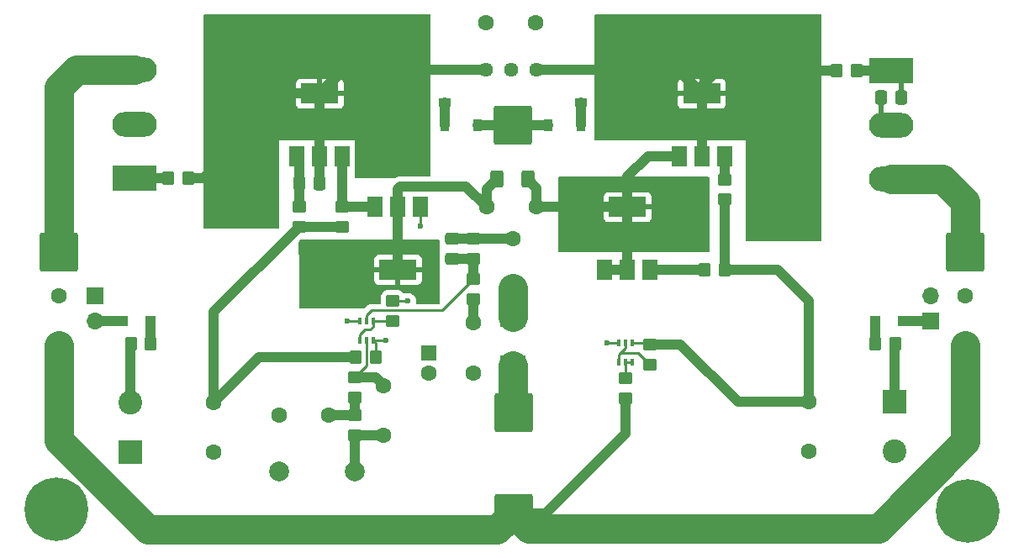
<source format=gbr>
G04 #@! TF.GenerationSoftware,KiCad,Pcbnew,(6.0.0-0)*
G04 #@! TF.CreationDate,2021-12-28T20:08:19+01:00*
G04 #@! TF.ProjectId,amp-mosfet-80w,616d702d-6d6f-4736-9665-742d3830772e,rev?*
G04 #@! TF.SameCoordinates,Original*
G04 #@! TF.FileFunction,Copper,L1,Top*
G04 #@! TF.FilePolarity,Positive*
%FSLAX46Y46*%
G04 Gerber Fmt 4.6, Leading zero omitted, Abs format (unit mm)*
G04 Created by KiCad (PCBNEW (6.0.0-0)) date 2021-12-28 20:08:19*
%MOMM*%
%LPD*%
G01*
G04 APERTURE LIST*
G04 Aperture macros list*
%AMRoundRect*
0 Rectangle with rounded corners*
0 $1 Rounding radius*
0 $2 $3 $4 $5 $6 $7 $8 $9 X,Y pos of 4 corners*
0 Add a 4 corners polygon primitive as box body*
4,1,4,$2,$3,$4,$5,$6,$7,$8,$9,$2,$3,0*
0 Add four circle primitives for the rounded corners*
1,1,$1+$1,$2,$3*
1,1,$1+$1,$4,$5*
1,1,$1+$1,$6,$7*
1,1,$1+$1,$8,$9*
0 Add four rect primitives between the rounded corners*
20,1,$1+$1,$2,$3,$4,$5,0*
20,1,$1+$1,$4,$5,$6,$7,0*
20,1,$1+$1,$6,$7,$8,$9,0*
20,1,$1+$1,$8,$9,$2,$3,0*%
G04 Aperture macros list end*
G04 #@! TA.AperFunction,SMDPad,CuDef*
%ADD10RoundRect,0.249999X0.450001X-0.350001X0.450001X0.350001X-0.450001X0.350001X-0.450001X-0.350001X0*%
G04 #@! TD*
G04 #@! TA.AperFunction,ComponentPad*
%ADD11C,1.600000*%
G04 #@! TD*
G04 #@! TA.AperFunction,ComponentPad*
%ADD12R,1.600000X1.600000*%
G04 #@! TD*
G04 #@! TA.AperFunction,SMDPad,CuDef*
%ADD13RoundRect,0.250000X-0.475000X0.337500X-0.475000X-0.337500X0.475000X-0.337500X0.475000X0.337500X0*%
G04 #@! TD*
G04 #@! TA.AperFunction,SMDPad,CuDef*
%ADD14RoundRect,0.250000X-0.337500X-0.475000X0.337500X-0.475000X0.337500X0.475000X-0.337500X0.475000X0*%
G04 #@! TD*
G04 #@! TA.AperFunction,ComponentPad*
%ADD15R,2.400000X2.400000*%
G04 #@! TD*
G04 #@! TA.AperFunction,ComponentPad*
%ADD16C,2.400000*%
G04 #@! TD*
G04 #@! TA.AperFunction,SMDPad,CuDef*
%ADD17R,1.200000X0.900000*%
G04 #@! TD*
G04 #@! TA.AperFunction,SMDPad,CuDef*
%ADD18R,0.900000X1.200000*%
G04 #@! TD*
G04 #@! TA.AperFunction,SMDPad,CuDef*
%ADD19R,1.100000X1.100000*%
G04 #@! TD*
G04 #@! TA.AperFunction,ComponentPad*
%ADD20C,2.000000*%
G04 #@! TD*
G04 #@! TA.AperFunction,ComponentPad*
%ADD21RoundRect,0.250001X-1.699999X-1.699999X1.699999X-1.699999X1.699999X1.699999X-1.699999X1.699999X0*%
G04 #@! TD*
G04 #@! TA.AperFunction,ComponentPad*
%ADD22R,1.700000X1.700000*%
G04 #@! TD*
G04 #@! TA.AperFunction,ComponentPad*
%ADD23O,1.700000X1.700000*%
G04 #@! TD*
G04 #@! TA.AperFunction,ComponentPad*
%ADD24C,6.400000*%
G04 #@! TD*
G04 #@! TA.AperFunction,ComponentPad*
%ADD25C,0.800000*%
G04 #@! TD*
G04 #@! TA.AperFunction,SMDPad,CuDef*
%ADD26RoundRect,0.249999X-0.450001X0.350001X-0.450001X-0.350001X0.450001X-0.350001X0.450001X0.350001X0*%
G04 #@! TD*
G04 #@! TA.AperFunction,SMDPad,CuDef*
%ADD27RoundRect,0.250000X0.400000X0.625000X-0.400000X0.625000X-0.400000X-0.625000X0.400000X-0.625000X0*%
G04 #@! TD*
G04 #@! TA.AperFunction,SMDPad,CuDef*
%ADD28RoundRect,0.249999X-0.350001X-0.450001X0.350001X-0.450001X0.350001X0.450001X-0.350001X0.450001X0*%
G04 #@! TD*
G04 #@! TA.AperFunction,SMDPad,CuDef*
%ADD29RoundRect,0.249999X0.350001X0.450001X-0.350001X0.450001X-0.350001X-0.450001X0.350001X-0.450001X0*%
G04 #@! TD*
G04 #@! TA.AperFunction,SMDPad,CuDef*
%ADD30R,2.600000X2.100000*%
G04 #@! TD*
G04 #@! TA.AperFunction,SMDPad,CuDef*
%ADD31R,1.500000X2.000000*%
G04 #@! TD*
G04 #@! TA.AperFunction,SMDPad,CuDef*
%ADD32R,3.800000X2.000000*%
G04 #@! TD*
G04 #@! TA.AperFunction,SMDPad,CuDef*
%ADD33R,0.400000X0.650000*%
G04 #@! TD*
G04 #@! TA.AperFunction,ComponentPad*
%ADD34C,1.440000*%
G04 #@! TD*
G04 #@! TA.AperFunction,ComponentPad*
%ADD35R,4.500000X2.500000*%
G04 #@! TD*
G04 #@! TA.AperFunction,ComponentPad*
%ADD36O,4.500000X2.500000*%
G04 #@! TD*
G04 #@! TA.AperFunction,ViaPad*
%ADD37C,0.800000*%
G04 #@! TD*
G04 #@! TA.AperFunction,ViaPad*
%ADD38C,0.600000*%
G04 #@! TD*
G04 #@! TA.AperFunction,Conductor*
%ADD39C,1.000000*%
G04 #@! TD*
G04 #@! TA.AperFunction,Conductor*
%ADD40C,3.000000*%
G04 #@! TD*
G04 #@! TA.AperFunction,Conductor*
%ADD41C,0.500000*%
G04 #@! TD*
G04 #@! TA.AperFunction,Conductor*
%ADD42C,0.250000*%
G04 #@! TD*
G04 APERTURE END LIST*
D10*
X180721000Y-64373000D03*
X180721000Y-62373000D03*
D11*
X140890000Y-86106000D03*
X135890000Y-86106000D03*
X146367500Y-83121500D03*
X146367500Y-88121500D03*
X161798000Y-65151000D03*
X156798000Y-65151000D03*
D12*
X150939500Y-79883000D03*
D11*
X150939500Y-81883000D03*
D13*
X153289000Y-68326000D03*
X153289000Y-70401000D03*
D11*
X155448000Y-76835000D03*
X155448000Y-81835000D03*
D14*
X137879000Y-62738000D03*
X139954000Y-62738000D03*
D11*
X189230000Y-84789000D03*
X189230000Y-89789000D03*
D15*
X197866000Y-84772500D03*
D16*
X197866000Y-89772500D03*
D11*
X159385000Y-68326000D03*
X159385000Y-73326000D03*
D14*
X196469000Y-54102000D03*
X198544000Y-54102000D03*
D17*
X166243000Y-54608000D03*
X166243000Y-51308000D03*
D18*
X166242000Y-56896000D03*
X162942000Y-56896000D03*
X152528000Y-56896000D03*
X155828000Y-56896000D03*
D17*
X152527000Y-54608000D03*
X152527000Y-51308000D03*
D19*
X195891500Y-76644500D03*
X198691500Y-76644500D03*
D20*
X135890000Y-91821000D03*
X143446500Y-91821000D03*
D21*
X204978000Y-69723000D03*
X159385000Y-56896000D03*
X159448500Y-85852000D03*
X159448500Y-96012000D03*
D22*
X201485500Y-76644500D03*
D23*
X201485500Y-74104500D03*
D24*
X113411000Y-95631000D03*
D25*
X113411000Y-93231000D03*
X113411000Y-98031000D03*
X111713944Y-93933944D03*
X111011000Y-95631000D03*
X115108056Y-93933944D03*
X111713944Y-97328056D03*
X115108056Y-97328056D03*
X115811000Y-95631000D03*
X203534944Y-94060944D03*
X206929056Y-97455056D03*
D24*
X205232000Y-95758000D03*
D25*
X202832000Y-95758000D03*
X205232000Y-98158000D03*
X203534944Y-97455056D03*
X206929056Y-94060944D03*
X205232000Y-93358000D03*
X207632000Y-95758000D03*
D26*
X143446500Y-86106000D03*
X143446500Y-88106000D03*
X143446500Y-82328000D03*
X143446500Y-84328000D03*
X170751500Y-82391500D03*
X170751500Y-84391500D03*
X173228000Y-79010000D03*
X173228000Y-81010000D03*
X147320000Y-74628500D03*
X147320000Y-76628500D03*
D27*
X160909000Y-62357000D03*
X157809000Y-62357000D03*
D26*
X155448000Y-72390000D03*
X155448000Y-74390000D03*
X155448000Y-68326000D03*
X155448000Y-70326000D03*
X142240000Y-65151000D03*
X142240000Y-67151000D03*
D28*
X124714000Y-62230000D03*
X126714000Y-62230000D03*
D29*
X197897500Y-78930500D03*
X195897500Y-78930500D03*
D30*
X159385000Y-76200000D03*
X159385000Y-81100000D03*
D29*
X194024000Y-51435000D03*
X192024000Y-51435000D03*
D11*
X204978000Y-74104500D03*
X204978000Y-79104500D03*
D29*
X122936000Y-78930500D03*
X120936000Y-78930500D03*
D11*
X129286000Y-89836000D03*
X129286000Y-84836000D03*
D15*
X120904000Y-89836000D03*
D16*
X120904000Y-84836000D03*
D29*
X145605500Y-80264000D03*
X143605500Y-80264000D03*
D26*
X137858500Y-65151000D03*
X137858500Y-67151000D03*
D31*
X150128000Y-65151000D03*
D32*
X147828000Y-71451000D03*
D31*
X147828000Y-65151000D03*
X145528000Y-65151000D03*
X168642000Y-71451000D03*
X170942000Y-71451000D03*
D32*
X170942000Y-65151000D03*
D31*
X173242000Y-71451000D03*
X176135000Y-60021000D03*
D32*
X178435000Y-53721000D03*
D31*
X178435000Y-60021000D03*
X180735000Y-60021000D03*
X137654000Y-60021000D03*
D32*
X139954000Y-53721000D03*
D31*
X139954000Y-60021000D03*
X142254000Y-60021000D03*
D33*
X144005500Y-78532000D03*
X144655500Y-78532000D03*
X145305500Y-78532000D03*
X145305500Y-76632000D03*
X144655500Y-76632000D03*
X144005500Y-76632000D03*
X170101500Y-80769500D03*
X170751500Y-80769500D03*
X171401500Y-80769500D03*
X171401500Y-78869500D03*
X170751500Y-78869500D03*
X170101500Y-78869500D03*
D21*
X113665000Y-69723000D03*
D22*
X117284500Y-74104500D03*
D23*
X117284500Y-76644500D03*
D11*
X113665000Y-79104500D03*
X113665000Y-74104500D03*
D19*
X120142000Y-76644500D03*
X122942000Y-76644500D03*
D11*
X156718000Y-46609000D03*
X161718000Y-46609000D03*
D34*
X161798000Y-51308000D03*
X159258000Y-51308000D03*
X156718000Y-51308000D03*
D29*
X180721000Y-71437500D03*
X178721000Y-71437500D03*
D35*
X121285000Y-62230000D03*
D36*
X121285000Y-56780000D03*
X121285000Y-51330000D03*
D35*
X197485000Y-51435000D03*
D36*
X197485000Y-56885000D03*
X197485000Y-62335000D03*
D37*
X137858500Y-64008000D03*
D38*
X142748000Y-76644500D03*
X146621500Y-78549500D03*
X150114000Y-67056000D03*
X168846500Y-78867000D03*
X148844000Y-74612500D03*
D39*
X140890000Y-86106000D02*
X143446500Y-86106000D01*
X143446500Y-86106000D02*
X143446500Y-84328000D01*
X146352000Y-88106000D02*
X146367500Y-88121500D01*
D40*
X196201998Y-97536000D02*
X160972500Y-97536000D01*
D39*
X143446500Y-88106000D02*
X146352000Y-88106000D01*
X162687000Y-96012000D02*
X170751500Y-87947500D01*
D40*
X122695002Y-97663000D02*
X157797500Y-97663000D01*
X113665000Y-79104500D02*
X113665000Y-88632998D01*
D39*
X159448500Y-96012000D02*
X162687000Y-96012000D01*
D41*
X159448500Y-96012000D02*
X159448500Y-95694500D01*
D40*
X160972500Y-97536000D02*
X159448500Y-96012000D01*
D39*
X170751500Y-87947500D02*
X170751500Y-84391500D01*
D40*
X159385000Y-81100000D02*
X159385000Y-85788500D01*
X204978000Y-88759998D02*
X196201998Y-97536000D01*
X113665000Y-88632998D02*
X122695002Y-97663000D01*
D39*
X143446500Y-91821000D02*
X143446500Y-88106000D01*
D40*
X204978000Y-79104500D02*
X204978000Y-88759998D01*
X157797500Y-97663000D02*
X159448500Y-96012000D01*
X159385000Y-85788500D02*
X159448500Y-85852000D01*
D42*
X144655500Y-81119000D02*
X143446500Y-82328000D01*
D39*
X145574000Y-82328000D02*
X146367500Y-83121500D01*
D42*
X144655500Y-78532000D02*
X144655500Y-81119000D01*
D39*
X143446500Y-82328000D02*
X145574000Y-82328000D01*
X170942000Y-71451000D02*
X168642000Y-71451000D01*
X170942000Y-62103000D02*
X170942000Y-65151000D01*
X176135000Y-60021000D02*
X173024000Y-60021000D01*
X161798000Y-65151000D02*
X161798000Y-63246000D01*
X161798000Y-63246000D02*
X160909000Y-62357000D01*
D41*
X170942000Y-65151000D02*
X171005000Y-65151000D01*
D39*
X170942000Y-71451000D02*
X170942000Y-65151000D01*
X170942000Y-65151000D02*
X161798000Y-65151000D01*
X173024000Y-60021000D02*
X170942000Y-62103000D01*
X156798000Y-65151000D02*
X156798000Y-63368000D01*
X148082000Y-63055500D02*
X147828000Y-63309500D01*
X147828000Y-63309500D02*
X147828000Y-65151000D01*
X154702500Y-63055500D02*
X148082000Y-63055500D01*
X147828000Y-65151000D02*
X147828000Y-71451000D01*
X156798000Y-63368000D02*
X157809000Y-62357000D01*
X156798000Y-65151000D02*
X154702500Y-63055500D01*
X155448000Y-76835000D02*
X155448000Y-74390000D01*
X155448000Y-72390000D02*
X155448000Y-70326000D01*
X155448000Y-70326000D02*
X153364000Y-70326000D01*
D42*
X144655500Y-76632000D02*
X144655500Y-76057000D01*
X152284490Y-75553510D02*
X155448000Y-72390000D01*
D39*
X153364000Y-70326000D02*
X153289000Y-70401000D01*
D42*
X145158990Y-75553510D02*
X152284490Y-75553510D01*
X144655500Y-76057000D02*
X145158990Y-75553510D01*
D39*
X162942000Y-56896000D02*
X159385000Y-56896000D01*
X155828000Y-56896000D02*
X159385000Y-56896000D01*
D41*
X196469000Y-54102000D02*
X196469000Y-55869000D01*
D39*
X155448000Y-68326000D02*
X153289000Y-68326000D01*
X159385000Y-68326000D02*
X155448000Y-68326000D01*
D41*
X196469000Y-55869000D02*
X197485000Y-56885000D01*
D39*
X178435000Y-60021000D02*
X178435000Y-53721000D01*
X178435000Y-52959000D02*
X178435000Y-53721000D01*
X179959000Y-51435000D02*
X178435000Y-52959000D01*
X166243000Y-51308000D02*
X176022000Y-51308000D01*
X192024000Y-51435000D02*
X179959000Y-51435000D01*
X166243000Y-51308000D02*
X161798000Y-51308000D01*
X176022000Y-51308000D02*
X178435000Y-53721000D01*
X128270000Y-62230000D02*
X126714000Y-62230000D01*
X139954000Y-60021000D02*
X139954000Y-53721000D01*
X139954000Y-62738000D02*
X139954000Y-60021000D01*
X156718000Y-51308000D02*
X152527000Y-51308000D01*
X136779000Y-53721000D02*
X128270000Y-62230000D01*
X152527000Y-51308000D02*
X142367000Y-51308000D01*
X142367000Y-51308000D02*
X139954000Y-53721000D01*
X139954000Y-53721000D02*
X136779000Y-53721000D01*
X137858500Y-64008000D02*
X137858500Y-62758500D01*
X137879000Y-60246000D02*
X137654000Y-60021000D01*
D42*
X144005500Y-76632000D02*
X142760500Y-76632000D01*
D39*
X137858500Y-65151000D02*
X137858500Y-64008000D01*
X137879000Y-62738000D02*
X137879000Y-60246000D01*
D42*
X142760500Y-76632000D02*
X142748000Y-76644500D01*
D39*
X137858500Y-62758500D02*
X137879000Y-62738000D01*
D41*
X137654000Y-62513000D02*
X137879000Y-62738000D01*
D42*
X171401500Y-78869500D02*
X173087500Y-78869500D01*
D39*
X189230000Y-74612500D02*
X186055000Y-71437500D01*
X186055000Y-71437500D02*
X180721000Y-71437500D01*
X197866000Y-78962000D02*
X197897500Y-78930500D01*
X182071000Y-84789000D02*
X176276000Y-78994000D01*
X197866000Y-84772500D02*
X197866000Y-78962000D01*
X173244000Y-78994000D02*
X173228000Y-79010000D01*
X189230000Y-84789000D02*
X189230000Y-74612500D01*
D42*
X173087500Y-78869500D02*
X173228000Y-79010000D01*
D39*
X189230000Y-84789000D02*
X182071000Y-84789000D01*
X176276000Y-78994000D02*
X173244000Y-78994000D01*
X180721000Y-71437500D02*
X180721000Y-64373000D01*
X129286000Y-84836000D02*
X129286000Y-75723500D01*
X133858000Y-80264000D02*
X129286000Y-84836000D01*
X120904000Y-78962500D02*
X120936000Y-78930500D01*
X137858500Y-67151000D02*
X142240000Y-67151000D01*
X129286000Y-75723500D02*
X137858500Y-67151000D01*
X143605500Y-80264000D02*
X133858000Y-80264000D01*
X120904000Y-84836000D02*
X120904000Y-78962500D01*
D40*
X159385000Y-73326000D02*
X159385000Y-76200000D01*
D41*
X198544000Y-54102000D02*
X198544000Y-52494000D01*
X198544000Y-52494000D02*
X197485000Y-51435000D01*
D39*
X197485000Y-51435000D02*
X194024000Y-51435000D01*
D41*
X166242000Y-54609000D02*
X166243000Y-54608000D01*
D39*
X166243000Y-56895000D02*
X166242000Y-56896000D01*
X166243000Y-54608000D02*
X166243000Y-56895000D01*
X152528000Y-56896000D02*
X152528000Y-54609000D01*
X152528000Y-54609000D02*
X152527000Y-54608000D01*
X201485500Y-76644500D02*
X198691500Y-76644500D01*
X195891500Y-76644500D02*
X195891500Y-78924500D01*
X195891500Y-78924500D02*
X195897500Y-78930500D01*
X122936000Y-78930500D02*
X122936000Y-76650500D01*
X122936000Y-76650500D02*
X122942000Y-76644500D01*
X120142000Y-76644500D02*
X117284500Y-76644500D01*
D42*
X145305500Y-78532000D02*
X146604000Y-78532000D01*
X150114000Y-65165000D02*
X150128000Y-65151000D01*
X145605500Y-80264000D02*
X145605500Y-78832000D01*
X145605500Y-78832000D02*
X145305500Y-78532000D01*
X146604000Y-78532000D02*
X146621500Y-78549500D01*
X150114000Y-67056000D02*
X150114000Y-65165000D01*
D39*
X121285000Y-62230000D02*
X124714000Y-62230000D01*
D40*
X204978000Y-64643000D02*
X202670000Y-62335000D01*
X204978000Y-69723000D02*
X204978000Y-64643000D01*
X202670000Y-62335000D02*
X197485000Y-62335000D01*
X113665000Y-69723000D02*
X113665000Y-53086000D01*
X113665000Y-53086000D02*
X115443000Y-51308000D01*
X115465000Y-51330000D02*
X121285000Y-51330000D01*
X115443000Y-51308000D02*
X115465000Y-51330000D01*
D42*
X145305500Y-77207000D02*
X145042500Y-77470000D01*
X147316500Y-76632000D02*
X147320000Y-76628500D01*
X145305500Y-76632000D02*
X145305500Y-77207000D01*
X145305500Y-76632000D02*
X147316500Y-76632000D01*
X144005500Y-77957000D02*
X144005500Y-78532000D01*
X144492500Y-77470000D02*
X144005500Y-77957000D01*
X145042500Y-77470000D02*
X144492500Y-77470000D01*
X147320000Y-74628500D02*
X148828000Y-74628500D01*
X170101500Y-78869500D02*
X168849000Y-78869500D01*
X148828000Y-74628500D02*
X148844000Y-74612500D01*
X168849000Y-78869500D02*
X168846500Y-78867000D01*
D39*
X145528000Y-65151000D02*
X142240000Y-65151000D01*
X142240000Y-60035000D02*
X142254000Y-60021000D01*
X142240000Y-65151000D02*
X142240000Y-60035000D01*
X173255500Y-71437500D02*
X173242000Y-71451000D01*
X178721000Y-71437500D02*
X173255500Y-71437500D01*
X180721000Y-62373000D02*
X180721000Y-60035000D01*
X180721000Y-60035000D02*
X180735000Y-60021000D01*
D42*
X170751500Y-82391500D02*
X170751500Y-80769500D01*
X170751500Y-80769500D02*
X171401500Y-80769500D01*
X173228000Y-81010000D02*
X172046501Y-79828501D01*
X170751500Y-79329502D02*
X170751500Y-78869500D01*
X172046501Y-79828501D02*
X170252501Y-79828501D01*
X170101500Y-80769500D02*
X170101500Y-79979502D01*
X173228000Y-81010000D02*
X173228000Y-81026000D01*
X170101500Y-79979502D02*
X170252501Y-79828501D01*
X170252501Y-79828501D02*
X170751500Y-79329502D01*
G04 #@! TA.AperFunction,Conductor*
G36*
X179139764Y-62123002D02*
G01*
X179186257Y-62176658D01*
X179197641Y-62228356D01*
X179235313Y-69596356D01*
X179215660Y-69664578D01*
X179162243Y-69711345D01*
X179109315Y-69723000D01*
X164121318Y-69723000D01*
X164053197Y-69702998D01*
X164006704Y-69649342D01*
X163995320Y-69597644D01*
X163977926Y-66195669D01*
X168534001Y-66195669D01*
X168534371Y-66202490D01*
X168539895Y-66253352D01*
X168543521Y-66268604D01*
X168588676Y-66389054D01*
X168597214Y-66404649D01*
X168673715Y-66506724D01*
X168686276Y-66519285D01*
X168788351Y-66595786D01*
X168803946Y-66604324D01*
X168924394Y-66649478D01*
X168939649Y-66653105D01*
X168990514Y-66658631D01*
X168997328Y-66659000D01*
X170669885Y-66659000D01*
X170685124Y-66654525D01*
X170686329Y-66653135D01*
X170688000Y-66645452D01*
X170688000Y-66640884D01*
X171196000Y-66640884D01*
X171200475Y-66656123D01*
X171201865Y-66657328D01*
X171209548Y-66658999D01*
X172886669Y-66658999D01*
X172893490Y-66658629D01*
X172944352Y-66653105D01*
X172959604Y-66649479D01*
X173080054Y-66604324D01*
X173095649Y-66595786D01*
X173197724Y-66519285D01*
X173210285Y-66506724D01*
X173286786Y-66404649D01*
X173295324Y-66389054D01*
X173340478Y-66268606D01*
X173344105Y-66253351D01*
X173349631Y-66202486D01*
X173350000Y-66195672D01*
X173350000Y-65423115D01*
X173345525Y-65407876D01*
X173344135Y-65406671D01*
X173336452Y-65405000D01*
X171214115Y-65405000D01*
X171198876Y-65409475D01*
X171197671Y-65410865D01*
X171196000Y-65418548D01*
X171196000Y-66640884D01*
X170688000Y-66640884D01*
X170688000Y-65423115D01*
X170683525Y-65407876D01*
X170682135Y-65406671D01*
X170674452Y-65405000D01*
X168552116Y-65405000D01*
X168536877Y-65409475D01*
X168535672Y-65410865D01*
X168534001Y-65418548D01*
X168534001Y-66195669D01*
X163977926Y-66195669D01*
X163971193Y-64878885D01*
X168534000Y-64878885D01*
X168538475Y-64894124D01*
X168539865Y-64895329D01*
X168547548Y-64897000D01*
X170669885Y-64897000D01*
X170685124Y-64892525D01*
X170686329Y-64891135D01*
X170688000Y-64883452D01*
X170688000Y-64878885D01*
X171196000Y-64878885D01*
X171200475Y-64894124D01*
X171201865Y-64895329D01*
X171209548Y-64897000D01*
X173331884Y-64897000D01*
X173347123Y-64892525D01*
X173348328Y-64891135D01*
X173349999Y-64883452D01*
X173349999Y-64106331D01*
X173349629Y-64099510D01*
X173344105Y-64048648D01*
X173340479Y-64033396D01*
X173295324Y-63912946D01*
X173286786Y-63897351D01*
X173210285Y-63795276D01*
X173197724Y-63782715D01*
X173095649Y-63706214D01*
X173080054Y-63697676D01*
X172959606Y-63652522D01*
X172944351Y-63648895D01*
X172893486Y-63643369D01*
X172886672Y-63643000D01*
X171214115Y-63643000D01*
X171198876Y-63647475D01*
X171197671Y-63648865D01*
X171196000Y-63656548D01*
X171196000Y-64878885D01*
X170688000Y-64878885D01*
X170688000Y-63661116D01*
X170683525Y-63645877D01*
X170682135Y-63644672D01*
X170674452Y-63643001D01*
X168997331Y-63643001D01*
X168990510Y-63643371D01*
X168939648Y-63648895D01*
X168924396Y-63652521D01*
X168803946Y-63697676D01*
X168788351Y-63706214D01*
X168686276Y-63782715D01*
X168673715Y-63795276D01*
X168597214Y-63897351D01*
X168588676Y-63912946D01*
X168543522Y-64033394D01*
X168539895Y-64048649D01*
X168534369Y-64099514D01*
X168534000Y-64106328D01*
X168534000Y-64878885D01*
X163971193Y-64878885D01*
X163957648Y-62229644D01*
X163977301Y-62161422D01*
X164030718Y-62114655D01*
X164083646Y-62103000D01*
X179071643Y-62103000D01*
X179139764Y-62123002D01*
G37*
G04 #@! TD.AperFunction*
G04 #@! TA.AperFunction,Conductor*
G36*
X151961822Y-68409502D02*
G01*
X152008315Y-68463158D01*
X152019699Y-68514796D01*
X152032012Y-70722373D01*
X152054719Y-74793307D01*
X152035097Y-74861538D01*
X151981702Y-74908330D01*
X151928721Y-74920010D01*
X149762221Y-74920010D01*
X149694100Y-74900008D01*
X149647607Y-74846352D01*
X149637447Y-74776475D01*
X149656748Y-74639142D01*
X149656749Y-74639132D01*
X149657299Y-74635217D01*
X149657616Y-74612500D01*
X149637397Y-74432245D01*
X149577745Y-74260948D01*
X149555221Y-74224901D01*
X149485359Y-74113098D01*
X149481626Y-74107124D01*
X149476664Y-74102127D01*
X149358778Y-73983415D01*
X149358774Y-73983412D01*
X149353815Y-73978418D01*
X149200666Y-73881227D01*
X149162776Y-73867735D01*
X149036425Y-73822743D01*
X149036420Y-73822742D01*
X149029790Y-73820381D01*
X149022802Y-73819548D01*
X149022799Y-73819547D01*
X148893682Y-73804151D01*
X148849680Y-73798904D01*
X148842677Y-73799640D01*
X148842676Y-73799640D01*
X148676288Y-73817128D01*
X148676286Y-73817129D01*
X148669288Y-73817864D01*
X148522791Y-73867735D01*
X148451861Y-73870753D01*
X148390557Y-73834943D01*
X148375042Y-73814757D01*
X148372331Y-73810376D01*
X148368479Y-73804151D01*
X148243303Y-73679194D01*
X148092739Y-73586385D01*
X147932264Y-73533158D01*
X147931390Y-73532868D01*
X147931388Y-73532868D01*
X147924862Y-73530703D01*
X147918026Y-73530003D01*
X147918023Y-73530002D01*
X147874970Y-73525591D01*
X147820401Y-73520000D01*
X147323859Y-73520000D01*
X146819600Y-73520001D01*
X146713833Y-73530974D01*
X146707286Y-73533158D01*
X146707287Y-73533158D01*
X146552998Y-73584633D01*
X146552996Y-73584634D01*
X146546054Y-73586950D01*
X146395651Y-73680021D01*
X146270694Y-73805197D01*
X146177885Y-73955761D01*
X146122203Y-74123638D01*
X146111500Y-74228099D01*
X146111500Y-74231316D01*
X146111501Y-74794010D01*
X146091499Y-74862131D01*
X146037843Y-74908624D01*
X145985501Y-74920010D01*
X145237753Y-74920010D01*
X145226569Y-74919483D01*
X145219081Y-74917809D01*
X145211158Y-74918058D01*
X145151023Y-74919948D01*
X145147065Y-74920010D01*
X145119134Y-74920010D01*
X145115219Y-74920505D01*
X145115215Y-74920505D01*
X145115157Y-74920513D01*
X145115128Y-74920516D01*
X145103286Y-74921449D01*
X145059100Y-74922837D01*
X145041734Y-74927882D01*
X145039648Y-74928488D01*
X145020296Y-74932496D01*
X145008058Y-74934042D01*
X145008056Y-74934043D01*
X145000193Y-74935036D01*
X144959076Y-74951316D01*
X144947875Y-74955151D01*
X144905396Y-74967492D01*
X144898577Y-74971525D01*
X144898572Y-74971527D01*
X144887961Y-74977803D01*
X144870211Y-74986500D01*
X144851373Y-74993958D01*
X144844957Y-74998619D01*
X144844956Y-74998620D01*
X144815615Y-75019938D01*
X144805691Y-75026457D01*
X144774450Y-75044932D01*
X144774445Y-75044936D01*
X144767627Y-75048968D01*
X144753303Y-75063292D01*
X144738271Y-75076131D01*
X144721883Y-75088038D01*
X144693702Y-75122103D01*
X144685712Y-75130883D01*
X144479000Y-75337595D01*
X144416688Y-75371621D01*
X144389905Y-75374500D01*
X138003280Y-75374500D01*
X137935159Y-75354498D01*
X137888666Y-75300842D01*
X137877282Y-75249203D01*
X137876245Y-75063292D01*
X137861924Y-72495669D01*
X145420001Y-72495669D01*
X145420371Y-72502490D01*
X145425895Y-72553352D01*
X145429521Y-72568604D01*
X145474676Y-72689054D01*
X145483214Y-72704649D01*
X145559715Y-72806724D01*
X145572276Y-72819285D01*
X145674351Y-72895786D01*
X145689946Y-72904324D01*
X145810394Y-72949478D01*
X145825649Y-72953105D01*
X145876514Y-72958631D01*
X145883328Y-72959000D01*
X147555885Y-72959000D01*
X147571124Y-72954525D01*
X147572329Y-72953135D01*
X147574000Y-72945452D01*
X147574000Y-72940884D01*
X148082000Y-72940884D01*
X148086475Y-72956123D01*
X148087865Y-72957328D01*
X148095548Y-72958999D01*
X149772669Y-72958999D01*
X149779490Y-72958629D01*
X149830352Y-72953105D01*
X149845604Y-72949479D01*
X149966054Y-72904324D01*
X149981649Y-72895786D01*
X150083724Y-72819285D01*
X150096285Y-72806724D01*
X150172786Y-72704649D01*
X150181324Y-72689054D01*
X150226478Y-72568606D01*
X150230105Y-72553351D01*
X150235631Y-72502486D01*
X150236000Y-72495672D01*
X150236000Y-71723115D01*
X150231525Y-71707876D01*
X150230135Y-71706671D01*
X150222452Y-71705000D01*
X148100115Y-71705000D01*
X148084876Y-71709475D01*
X148083671Y-71710865D01*
X148082000Y-71718548D01*
X148082000Y-72940884D01*
X147574000Y-72940884D01*
X147574000Y-71723115D01*
X147569525Y-71707876D01*
X147568135Y-71706671D01*
X147560452Y-71705000D01*
X145438116Y-71705000D01*
X145422877Y-71709475D01*
X145421672Y-71710865D01*
X145420001Y-71718548D01*
X145420001Y-72495669D01*
X137861924Y-72495669D01*
X137854579Y-71178885D01*
X145420000Y-71178885D01*
X145424475Y-71194124D01*
X145425865Y-71195329D01*
X145433548Y-71197000D01*
X147555885Y-71197000D01*
X147571124Y-71192525D01*
X147572329Y-71191135D01*
X147574000Y-71183452D01*
X147574000Y-71178885D01*
X148082000Y-71178885D01*
X148086475Y-71194124D01*
X148087865Y-71195329D01*
X148095548Y-71197000D01*
X150217884Y-71197000D01*
X150233123Y-71192525D01*
X150234328Y-71191135D01*
X150235999Y-71183452D01*
X150235999Y-70406331D01*
X150235629Y-70399510D01*
X150230105Y-70348648D01*
X150226479Y-70333396D01*
X150181324Y-70212946D01*
X150172786Y-70197351D01*
X150096285Y-70095276D01*
X150083724Y-70082715D01*
X149981649Y-70006214D01*
X149966054Y-69997676D01*
X149845606Y-69952522D01*
X149830351Y-69948895D01*
X149779486Y-69943369D01*
X149772672Y-69943000D01*
X148100115Y-69943000D01*
X148084876Y-69947475D01*
X148083671Y-69948865D01*
X148082000Y-69956548D01*
X148082000Y-71178885D01*
X147574000Y-71178885D01*
X147574000Y-69961116D01*
X147569525Y-69945877D01*
X147568135Y-69944672D01*
X147560452Y-69943001D01*
X145883331Y-69943001D01*
X145876510Y-69943371D01*
X145825648Y-69948895D01*
X145810396Y-69952521D01*
X145689946Y-69997676D01*
X145674351Y-70006214D01*
X145572276Y-70082715D01*
X145559715Y-70095276D01*
X145483214Y-70197351D01*
X145474676Y-70212946D01*
X145429522Y-70333394D01*
X145425895Y-70348649D01*
X145420369Y-70399514D01*
X145420000Y-70406328D01*
X145420000Y-71178885D01*
X137854579Y-71178885D01*
X137840463Y-68648164D01*
X137860084Y-68579936D01*
X137877365Y-68558369D01*
X138009329Y-68426405D01*
X138071641Y-68392379D01*
X138098424Y-68389500D01*
X151893701Y-68389500D01*
X151961822Y-68409502D01*
G37*
G04 #@! TD.AperFunction*
G04 #@! TA.AperFunction,Conductor*
G36*
X190442121Y-45740002D02*
G01*
X190488614Y-45793658D01*
X190500000Y-45846000D01*
X190500000Y-68454000D01*
X190479998Y-68522121D01*
X190426342Y-68568614D01*
X190374000Y-68580000D01*
X183006000Y-68580000D01*
X182937879Y-68559998D01*
X182891386Y-68506342D01*
X182880000Y-68454000D01*
X182880000Y-58420000D01*
X167766000Y-58420000D01*
X167697879Y-58399998D01*
X167651386Y-58346342D01*
X167640000Y-58294000D01*
X167640000Y-54765669D01*
X176027001Y-54765669D01*
X176027371Y-54772490D01*
X176032895Y-54823352D01*
X176036521Y-54838604D01*
X176081676Y-54959054D01*
X176090214Y-54974649D01*
X176166715Y-55076724D01*
X176179276Y-55089285D01*
X176281351Y-55165786D01*
X176296946Y-55174324D01*
X176417394Y-55219478D01*
X176432649Y-55223105D01*
X176483514Y-55228631D01*
X176490328Y-55229000D01*
X178162885Y-55229000D01*
X178178124Y-55224525D01*
X178179329Y-55223135D01*
X178181000Y-55215452D01*
X178181000Y-55210884D01*
X178689000Y-55210884D01*
X178693475Y-55226123D01*
X178694865Y-55227328D01*
X178702548Y-55228999D01*
X180379669Y-55228999D01*
X180386490Y-55228629D01*
X180437352Y-55223105D01*
X180452604Y-55219479D01*
X180573054Y-55174324D01*
X180588649Y-55165786D01*
X180690724Y-55089285D01*
X180703285Y-55076724D01*
X180779786Y-54974649D01*
X180788324Y-54959054D01*
X180833478Y-54838606D01*
X180837105Y-54823351D01*
X180842631Y-54772486D01*
X180843000Y-54765672D01*
X180843000Y-53993115D01*
X180838525Y-53977876D01*
X180837135Y-53976671D01*
X180829452Y-53975000D01*
X178707115Y-53975000D01*
X178691876Y-53979475D01*
X178690671Y-53980865D01*
X178689000Y-53988548D01*
X178689000Y-55210884D01*
X178181000Y-55210884D01*
X178181000Y-53993115D01*
X178176525Y-53977876D01*
X178175135Y-53976671D01*
X178167452Y-53975000D01*
X176045116Y-53975000D01*
X176029877Y-53979475D01*
X176028672Y-53980865D01*
X176027001Y-53988548D01*
X176027001Y-54765669D01*
X167640000Y-54765669D01*
X167640000Y-53448885D01*
X176027000Y-53448885D01*
X176031475Y-53464124D01*
X176032865Y-53465329D01*
X176040548Y-53467000D01*
X178162885Y-53467000D01*
X178178124Y-53462525D01*
X178179329Y-53461135D01*
X178181000Y-53453452D01*
X178181000Y-53448885D01*
X178689000Y-53448885D01*
X178693475Y-53464124D01*
X178694865Y-53465329D01*
X178702548Y-53467000D01*
X180824884Y-53467000D01*
X180840123Y-53462525D01*
X180841328Y-53461135D01*
X180842999Y-53453452D01*
X180842999Y-52676331D01*
X180842629Y-52669510D01*
X180837105Y-52618648D01*
X180833479Y-52603396D01*
X180788324Y-52482946D01*
X180779786Y-52467351D01*
X180703285Y-52365276D01*
X180690724Y-52352715D01*
X180588649Y-52276214D01*
X180573054Y-52267676D01*
X180452606Y-52222522D01*
X180437351Y-52218895D01*
X180386486Y-52213369D01*
X180379672Y-52213000D01*
X178707115Y-52213000D01*
X178691876Y-52217475D01*
X178690671Y-52218865D01*
X178689000Y-52226548D01*
X178689000Y-53448885D01*
X178181000Y-53448885D01*
X178181000Y-52231116D01*
X178176525Y-52215877D01*
X178175135Y-52214672D01*
X178167452Y-52213001D01*
X176490331Y-52213001D01*
X176483510Y-52213371D01*
X176432648Y-52218895D01*
X176417396Y-52222521D01*
X176296946Y-52267676D01*
X176281351Y-52276214D01*
X176179276Y-52352715D01*
X176166715Y-52365276D01*
X176090214Y-52467351D01*
X176081676Y-52482946D01*
X176036522Y-52603394D01*
X176032895Y-52618649D01*
X176027369Y-52669514D01*
X176027000Y-52676328D01*
X176027000Y-53448885D01*
X167640000Y-53448885D01*
X167640000Y-45846000D01*
X167660002Y-45777879D01*
X167713658Y-45731386D01*
X167766000Y-45720000D01*
X190374000Y-45720000D01*
X190442121Y-45740002D01*
G37*
G04 #@! TD.AperFunction*
G04 #@! TA.AperFunction,Conductor*
G36*
X151072121Y-45740002D02*
G01*
X151118614Y-45793658D01*
X151130000Y-45846000D01*
X151130000Y-61921000D01*
X151109998Y-61989121D01*
X151056342Y-62035614D01*
X151004000Y-62047000D01*
X148143842Y-62047000D01*
X148130235Y-62046263D01*
X148098737Y-62042841D01*
X148098732Y-62042841D01*
X148092611Y-62042176D01*
X148074611Y-62043751D01*
X148042609Y-62046550D01*
X148037784Y-62046879D01*
X148035313Y-62047000D01*
X148032231Y-62047000D01*
X148009763Y-62049203D01*
X147989489Y-62051191D01*
X147988174Y-62051313D01*
X147955913Y-62054136D01*
X147895587Y-62059413D01*
X147890468Y-62060900D01*
X147885167Y-62061420D01*
X147796194Y-62088282D01*
X147795054Y-62088620D01*
X147705663Y-62114591D01*
X147700929Y-62117045D01*
X147695831Y-62118584D01*
X147690387Y-62121478D01*
X147690386Y-62121479D01*
X147613831Y-62162184D01*
X147612663Y-62162798D01*
X147530074Y-62205608D01*
X147525911Y-62208931D01*
X147524007Y-62209944D01*
X147523590Y-62210067D01*
X147521881Y-62211074D01*
X147521204Y-62211434D01*
X147520901Y-62210864D01*
X147456294Y-62230000D01*
X143636000Y-62230000D01*
X143567879Y-62209998D01*
X143521386Y-62156342D01*
X143510000Y-62104000D01*
X143510000Y-61098971D01*
X143510737Y-61085363D01*
X143512131Y-61072531D01*
X143512500Y-61069134D01*
X143512500Y-58972866D01*
X143510737Y-58956637D01*
X143510000Y-58943029D01*
X143510000Y-58420000D01*
X135890000Y-58420000D01*
X135890000Y-67184000D01*
X135869998Y-67252121D01*
X135816342Y-67298614D01*
X135764000Y-67310000D01*
X128396000Y-67310000D01*
X128327879Y-67289998D01*
X128281386Y-67236342D01*
X128270000Y-67184000D01*
X128270000Y-54765669D01*
X137546001Y-54765669D01*
X137546371Y-54772490D01*
X137551895Y-54823352D01*
X137555521Y-54838604D01*
X137600676Y-54959054D01*
X137609214Y-54974649D01*
X137685715Y-55076724D01*
X137698276Y-55089285D01*
X137800351Y-55165786D01*
X137815946Y-55174324D01*
X137936394Y-55219478D01*
X137951649Y-55223105D01*
X138002514Y-55228631D01*
X138009328Y-55229000D01*
X139681885Y-55229000D01*
X139697124Y-55224525D01*
X139698329Y-55223135D01*
X139700000Y-55215452D01*
X139700000Y-55210884D01*
X140208000Y-55210884D01*
X140212475Y-55226123D01*
X140213865Y-55227328D01*
X140221548Y-55228999D01*
X141898669Y-55228999D01*
X141905490Y-55228629D01*
X141956352Y-55223105D01*
X141971604Y-55219479D01*
X142092054Y-55174324D01*
X142107649Y-55165786D01*
X142209724Y-55089285D01*
X142222285Y-55076724D01*
X142298786Y-54974649D01*
X142307324Y-54959054D01*
X142352478Y-54838606D01*
X142356105Y-54823351D01*
X142361631Y-54772486D01*
X142362000Y-54765672D01*
X142362000Y-53993115D01*
X142357525Y-53977876D01*
X142356135Y-53976671D01*
X142348452Y-53975000D01*
X140226115Y-53975000D01*
X140210876Y-53979475D01*
X140209671Y-53980865D01*
X140208000Y-53988548D01*
X140208000Y-55210884D01*
X139700000Y-55210884D01*
X139700000Y-53993115D01*
X139695525Y-53977876D01*
X139694135Y-53976671D01*
X139686452Y-53975000D01*
X137564116Y-53975000D01*
X137548877Y-53979475D01*
X137547672Y-53980865D01*
X137546001Y-53988548D01*
X137546001Y-54765669D01*
X128270000Y-54765669D01*
X128270000Y-53448885D01*
X137546000Y-53448885D01*
X137550475Y-53464124D01*
X137551865Y-53465329D01*
X137559548Y-53467000D01*
X139681885Y-53467000D01*
X139697124Y-53462525D01*
X139698329Y-53461135D01*
X139700000Y-53453452D01*
X139700000Y-53448885D01*
X140208000Y-53448885D01*
X140212475Y-53464124D01*
X140213865Y-53465329D01*
X140221548Y-53467000D01*
X142343884Y-53467000D01*
X142359123Y-53462525D01*
X142360328Y-53461135D01*
X142361999Y-53453452D01*
X142361999Y-52676331D01*
X142361629Y-52669510D01*
X142356105Y-52618648D01*
X142352479Y-52603396D01*
X142307324Y-52482946D01*
X142298786Y-52467351D01*
X142222285Y-52365276D01*
X142209724Y-52352715D01*
X142107649Y-52276214D01*
X142092054Y-52267676D01*
X141971606Y-52222522D01*
X141956351Y-52218895D01*
X141905486Y-52213369D01*
X141898672Y-52213000D01*
X140226115Y-52213000D01*
X140210876Y-52217475D01*
X140209671Y-52218865D01*
X140208000Y-52226548D01*
X140208000Y-53448885D01*
X139700000Y-53448885D01*
X139700000Y-52231116D01*
X139695525Y-52215877D01*
X139694135Y-52214672D01*
X139686452Y-52213001D01*
X138009331Y-52213001D01*
X138002510Y-52213371D01*
X137951648Y-52218895D01*
X137936396Y-52222521D01*
X137815946Y-52267676D01*
X137800351Y-52276214D01*
X137698276Y-52352715D01*
X137685715Y-52365276D01*
X137609214Y-52467351D01*
X137600676Y-52482946D01*
X137555522Y-52603394D01*
X137551895Y-52618649D01*
X137546369Y-52669514D01*
X137546000Y-52676328D01*
X137546000Y-53448885D01*
X128270000Y-53448885D01*
X128270000Y-45846000D01*
X128290002Y-45777879D01*
X128343658Y-45731386D01*
X128396000Y-45720000D01*
X151004000Y-45720000D01*
X151072121Y-45740002D01*
G37*
G04 #@! TD.AperFunction*
M02*

</source>
